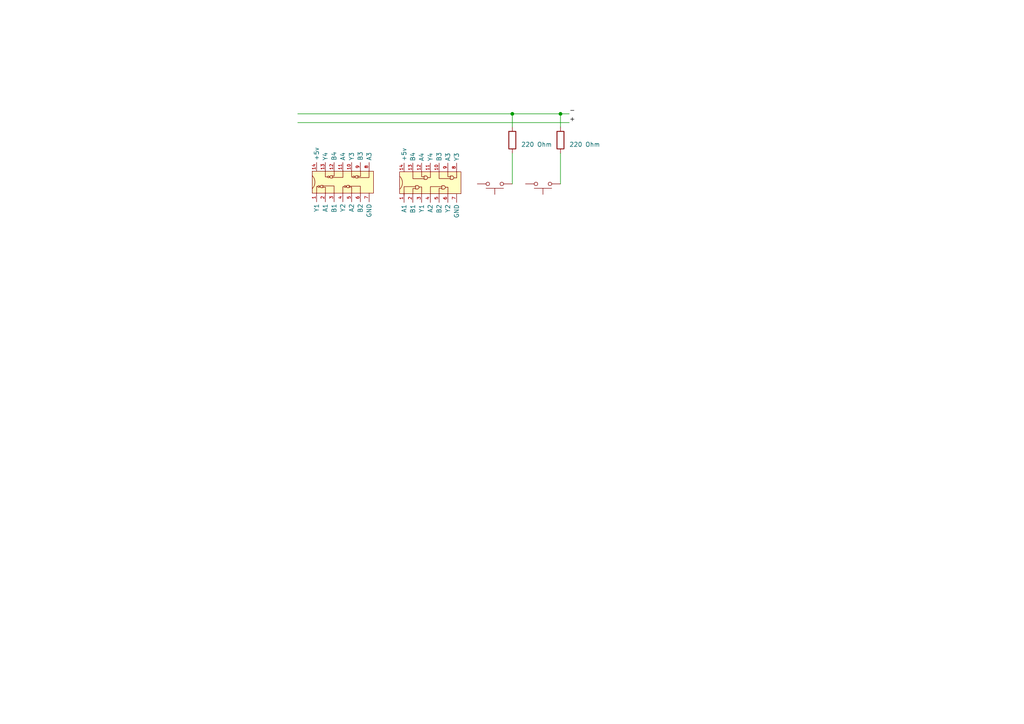
<source format=kicad_sch>
(kicad_sch (version 20211123) (generator eeschema)
  (paper "A4")
  (lib_symbols
    (symbol "Device:R" (pin_numbers hide) (pin_names (offset 0))
      (property "Reference" "R" (at 2.032 0 90))
      (property "Value" "R" (at 0 0 90))
      (symbol "R_0_1"
        (rectangle (start -1.016 -2.54) (end 1.016 2.54) (stroke (width 0.254)))
      )
      (symbol "R_1_1"
        (pin passive line (at 0 3.81 270) (length 1.27) (name "~") (number "1"))
        (pin passive line (at 0 -3.81 90) (length 1.27) (name "~") (number "2"))
      )
    )
    (symbol "Gosheto:74LS02_(NOR)"
      (property "Reference" "U" (at 0.0254 1.1938 0))
      (property "Value" "74LS02_(NOR)" (at 0 -0.8382 0))
      (symbol "74LS02_(NOR)_0_1"
        (arc (start -8.5091 -14.097) (mid -7.72 -12.192) (end -8.5091 -10.287))
        (rectangle (start -8.5091 -9.017) (end 9.2709 -15.367) (fill (type background)))
        (circle (center -6.604 -13.462) (radius 0.254))
        (arc (start -6.35 -13.462) (mid -5.8946 -13.7994) (end -5.334 -13.716))
        (arc (start -6.096 -13.462) (mid -6.096 -13.462) (end -6.096 -13.462))
        (arc (start -5.334 -13.208) (mid -5.8946 -13.1246) (end -6.35 -13.462))
        (arc (start -5.334 -13.208) (mid -5.4392 -13.462) (end -5.334 -13.716))
        (circle (center -3.81 -10.668) (radius 0.254))
        (arc (start -3.556 -10.668) (mid -3.1006 -11.0054) (end -2.54 -10.922))
        (arc (start -3.302 -10.668) (mid -3.302 -10.668) (end -3.302 -10.668))
        (arc (start -2.54 -10.414) (mid -3.1006 -10.3306) (end -3.556 -10.668))
        (arc (start -2.54 -10.414) (mid -2.6452 -10.668) (end -2.54 -10.922))
        (polyline (pts (xy -7.2136 -15.3416) (xy -7.2136 -13.4366) (xy -6.8834 -13.4366)))
        (polyline (pts (xy -4.699 -8.9916) (xy -4.699 -10.668) (xy -4.0894 -10.668)))
        (polyline (pts (xy -4.6736 -15.3924) (xy -4.6736 -13.6652) (xy -5.3594 -13.6652)))
        (polyline (pts (xy -2.159 -15.3416) (xy -2.159 -13.2842) (xy -5.3086 -13.2842)))
        (polyline (pts (xy -2.1336 -9.017) (xy -2.1336 -10.414) (xy -2.4638 -10.414)))
        (polyline (pts (xy 0.381 -15.367) (xy 0.381 -13.5128) (xy 0.7874 -13.5128)))
        (polyline (pts (xy 0.4064 -8.9662) (xy 0.4064 -10.8204) (xy -2.4892 -10.8204)))
        (polyline (pts (xy 2.921 -8.9916) (xy 2.921 -10.7188) (xy 3.302 -10.7188)))
        (polyline (pts (xy 2.9464 -15.3416) (xy 2.9464 -13.6144) (xy 2.3114 -13.6144)))
        (polyline (pts (xy 5.461 -15.3416) (xy 5.461 -13.3604) (xy 2.3368 -13.3604)))
        (polyline (pts (xy 5.5118 -8.9916) (xy 5.5118 -10.5156) (xy 4.7752 -10.5156)))
        (polyline (pts (xy 7.9756 -8.9916) (xy 7.9756 -10.8712) (xy 4.8768 -10.8712)))
        (circle (center 1.016 -13.462) (radius 0.254))
        (arc (start 1.27 -13.462) (mid 1.7254 -13.7994) (end 2.286 -13.716))
        (arc (start 1.524 -13.462) (mid 1.524 -13.462) (end 1.524 -13.462))
        (arc (start 2.286 -13.208) (mid 1.7254 -13.1246) (end 1.27 -13.462))
        (arc (start 2.286 -13.208) (mid 2.1808 -13.462) (end 2.286 -13.716))
        (circle (center 3.556 -10.668) (radius 0.254))
        (arc (start 3.81 -10.668) (mid 4.2654 -11.0054) (end 4.826 -10.922))
        (arc (start 4.064 -10.668) (mid 4.064 -10.668) (end 4.064 -10.668))
        (arc (start 4.826 -10.414) (mid 4.2654 -10.3306) (end 3.81 -10.668))
        (arc (start 4.826 -10.414) (mid 4.7208 -10.668) (end 4.826 -10.922))
      )
      (symbol "74LS02_(NOR)_1_1"
        (pin output line (at -7.2391 -15.367 270) (length 2.54) (name "Y1") (number "1"))
        (pin output line (at 2.9209 -9.017 90) (length 2.54) (name "Y3") (number "10"))
        (pin input line (at 0.3809 -9.017 90) (length 2.54) (name "A4") (number "11"))
        (pin input line (at -2.1591 -9.017 90) (length 2.54) (name "B4") (number "12"))
        (pin output line (at -4.6991 -9.017 90) (length 2.54) (name "Y4") (number "13"))
        (pin input line (at -7.2391 -9.017 90) (length 2.54) (name "+5v") (number "14"))
        (pin input line (at -4.6991 -15.367 270) (length 2.54) (name "A1") (number "2"))
        (pin input line (at -2.1591 -15.367 270) (length 2.54) (name "B1") (number "3"))
        (pin output line (at 0.3809 -15.367 270) (length 2.54) (name "Y2") (number "4"))
        (pin input line (at 2.9209 -15.367 270) (length 2.54) (name "A2") (number "5"))
        (pin input line (at 5.4609 -15.367 270) (length 2.54) (name "B2") (number "6"))
        (pin input line (at 8.0009 -15.367 270) (length 2.54) (name "GND") (number "7"))
        (pin input line (at 8.0009 -9.017 90) (length 2.54) (name "A3") (number "8"))
        (pin input line (at 5.4609 -9.017 90) (length 2.54) (name "B3") (number "9"))
      )
    )
    (symbol "Gosheto:74LS08_(AND)"
      (property "Reference" "U" (at 0.0254 1.778 0))
      (property "Value" "74LS08_(AND)" (at 0 0 0))
      (symbol "74LS08_(AND)_0_1"
        (arc (start -8.5345 -13.0048) (mid -7.7454 -11.0998) (end -8.5345 -9.1948))
        (rectangle (start -8.5345 -7.9248) (end 9.2455 -14.2748) (fill (type background)))
        (arc (start -3.429 -12.9286) (mid -3.0698 -12.7798) (end -2.921 -12.4206))
        (arc (start -2.921 -12.4206) (mid -3.0698 -12.0614) (end -3.429 -11.9126))
        (arc (start -0.9398 -10.1346) (mid -0.5806 -9.9858) (end -0.4318 -9.6266))
        (arc (start -0.4318 -9.6266) (mid -0.5806 -9.2674) (end -0.9398 -9.1186))
        (polyline (pts (xy -7.2645 -14.0208) (xy -7.2645 -14.2748) (xy -7.2645 -14.7828)))
        (polyline (pts (xy -7.2644 -14.0208) (xy -7.2644 -12.2174) (xy -3.937 -12.2174)))
        (polyline (pts (xy -4.699 -14.3002) (xy -4.699 -12.7508) (xy -3.9624 -12.7508)))
        (polyline (pts (xy -4.699 -7.9502) (xy -4.699 -9.9314) (xy -1.4732 -9.9314)))
        (polyline (pts (xy -2.159 -14.2748) (xy -2.159 -12.319) (xy -2.8448 -12.319)))
        (polyline (pts (xy -2.159 -7.9248) (xy -2.159 -9.3726) (xy -1.4478 -9.3726)))
        (polyline (pts (xy 0.381 -14.2748) (xy 0.381 -12.2174) (xy 3.6576 -12.2174)))
        (polyline (pts (xy 0.381 -7.874) (xy 0.381 -9.6012) (xy -0.3556 -9.6012)))
        (polyline (pts (xy 2.8956 -14.2494) (xy 2.8956 -12.7) (xy 3.6576 -12.7)))
        (polyline (pts (xy 2.8956 -7.9248) (xy 2.8956 -9.8806) (xy 6.1214 -9.8806)))
        (polyline (pts (xy 5.4356 -7.874) (xy 5.4356 -9.3472) (xy 6.1976 -9.3472)))
        (polyline (pts (xy 5.461 -14.3002) (xy 5.461 -12.3952) (xy 4.826 -12.3952)))
        (polyline (pts (xy 8.001 -7.8994) (xy 8.001 -9.6774) (xy 7.239 -9.6774)))
        (polyline (pts (xy -3.429 -12.9286) (xy -3.937 -12.9286) (xy -3.937 -11.9126) (xy -3.429 -11.9126)))
        (polyline (pts (xy -0.9398 -10.1346) (xy -1.4478 -10.1346) (xy -1.4478 -9.1186) (xy -0.9398 -9.1186)))
        (polyline (pts (xy 4.191 -12.954) (xy 3.683 -12.954) (xy 3.683 -11.938) (xy 4.191 -11.938)))
        (polyline (pts (xy 6.6548 -10.1346) (xy 6.1468 -10.1346) (xy 6.1468 -9.1186) (xy 6.6548 -9.1186)))
        (arc (start 4.191 -12.954) (mid 4.5502 -12.8052) (end 4.699 -12.446))
        (arc (start 4.699 -12.446) (mid 4.5502 -12.0868) (end 4.191 -11.938))
        (arc (start 6.6548 -10.1346) (mid 7.014 -9.9858) (end 7.1628 -9.6266))
        (arc (start 7.1628 -9.6266) (mid 7.014 -9.2674) (end 6.6548 -9.1186))
      )
      (symbol "74LS08_(AND)_1_1"
        (pin input line (at -7.2645 -14.2748 270) (length 2.54) (name "A1") (number "1"))
        (pin input line (at 2.8955 -7.9248 90) (length 2.54) (name "B3") (number "10"))
        (pin output line (at 0.3555 -7.9248 90) (length 2.54) (name "Y4") (number "11"))
        (pin input line (at -2.1845 -7.9248 90) (length 2.54) (name "A4") (number "12"))
        (pin input line (at -4.7245 -7.9248 90) (length 2.54) (name "B4") (number "13"))
        (pin input line (at -7.2645 -7.9248 90) (length 2.54) (name "+5v") (number "14"))
        (pin input line (at -4.7245 -14.2748 270) (length 2.54) (name "B1") (number "2"))
        (pin output line (at -2.1845 -14.2748 270) (length 2.54) (name "Y1") (number "3"))
        (pin input line (at 0.3555 -14.2748 270) (length 2.54) (name "A2") (number "4"))
        (pin input line (at 2.8955 -14.2748 270) (length 2.54) (name "B2") (number "5"))
        (pin output line (at 5.4355 -14.2748 270) (length 2.54) (name "Y2") (number "6"))
        (pin input line (at 7.9755 -14.2748 270) (length 2.54) (name "GND") (number "7"))
        (pin output line (at 7.9755 -7.9248 90) (length 2.54) (name "Y3") (number "8"))
        (pin input line (at 5.4355 -7.9248 90) (length 2.54) (name "A3") (number "9"))
      )
    )
    (symbol "Switch:SW_Push" (pin_numbers hide) (pin_names (offset 1.016) hide)
      (property "Reference" "SW" (at 1.27 2.54 0))
      (property "Value" "SW_Push" (at 0 -1.524 0))
      (symbol "SW_Push_0_1"
        (circle (center -2.032 0) (radius 0.508))
        (polyline (pts (xy 0 1.27) (xy 0 3.048)))
        (polyline (pts (xy 2.54 1.27) (xy -2.54 1.27)))
        (circle (center 2.032 0) (radius 0.508))
        (pin passive line (at -5.08 0 0) (length 2.54) (name "1") (number "1"))
        (pin passive line (at 5.08 0 180) (length 2.54) (name "2") (number "2"))
      )
    )
  )
  (junction (at 148.59 33.02))
  (junction (at 162.56 33.02))
  (wire (pts (xy 86.36 33.02) (xy 148.59 33.02)))
  (wire (pts (xy 162.56 44.45) (xy 162.56 53.34)))
  (wire (pts (xy 148.59 33.02) (xy 162.56 33.02)))
  (wire (pts (xy 148.59 44.45) (xy 148.59 53.34)))
  (wire (pts (xy 86.36 35.56) (xy 165.1 35.56)))
  (wire (pts (xy 148.59 33.02) (xy 148.59 36.83)))
  (wire (pts (xy 162.56 33.02) (xy 165.1 33.02)))
  (wire (pts (xy 162.56 33.02) (xy 162.56 36.83)))
  (label "+" (at 165.1 35.56 0))
  (label "-" (at 165.1 33.02 0))
  (symbol (lib_id "Switch:SW_Push") (at 143.51 53.34 180) (unit 1)
    (property "Reference" "SW?" (effects hide))
    (property "Value" "SW_Push" (effects hide))
  )
  (symbol (lib_id "Device:R") (at 148.59 40.64 0) (unit 1)
    (property "Reference" "R?" (effects hide))
    (property "Value" "220 Ohm" (at 151.13 41.9099 0) (effects (justify left)))
  )
  (symbol (lib_id "Switch:SW_Push") (at 157.48 53.34 180) (unit 1)
    (property "Reference" "SW?" (effects hide))
    (property "Value" "SW_Push" (effects hide))
  )
  (symbol (lib_id "Gosheto:74LS02_(NOR)") (at 99.06 40.64 0) (unit 1)
    (property "Reference" "U?" (effects hide))
    (property "Value" "74LS02_(NOR)" (effects hide))
  )
  (symbol (lib_id "Gosheto:74LS08_(AND)") (at 124.46 41.91 0) (unit 1)
    (property "Reference" "U?" (effects hide))
    (property "Value" "74LS08_(AND)" (effects hide))
  )
  (symbol (lib_id "Device:R") (at 162.56 40.64 0) (unit 1)
    (property "Reference" "R?" (effects hide))
    (property "Value" "220 Ohm" (at 165.1 41.9099 0) (effects (justify left)))
  )
)
</source>
